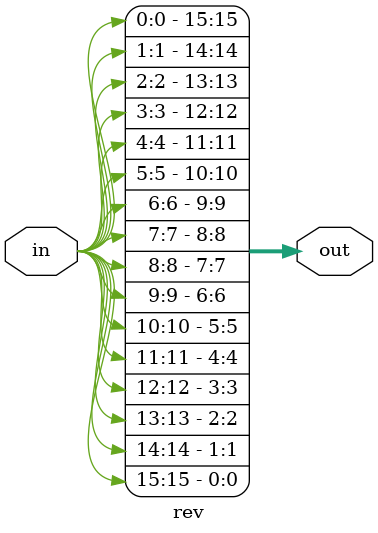
<source format=v>
module rev (in, out);
    input [15:0] in; 
    output [15:0] out; 
    
    assign out = {in[0],in[1],in[2],in[3],in[4],
            in[5],in[6], in[7], in[8],
            in[9],in[10],in[11],in[12],
            in[13],in[14],in[15]};
endmodule
</source>
